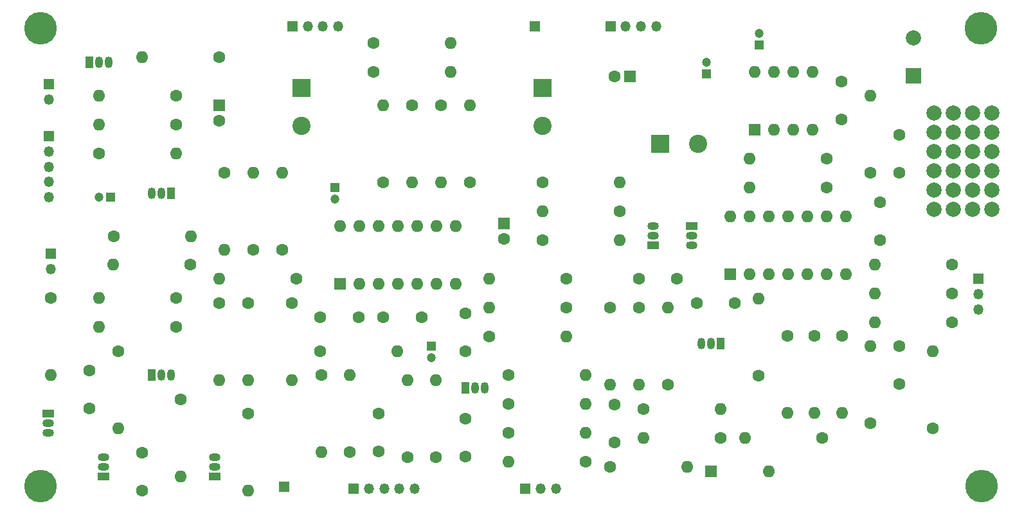
<source format=gbr>
%TF.GenerationSoftware,KiCad,Pcbnew,7.0.8*%
%TF.CreationDate,2023-10-29T18:00:57+01:00*%
%TF.ProjectId,Noise Toaster PCB,4e6f6973-6520-4546-9f61-737465722050,0.6.1*%
%TF.SameCoordinates,PX47c8b58PY892ee58*%
%TF.FileFunction,Soldermask,Top*%
%TF.FilePolarity,Negative*%
%FSLAX46Y46*%
G04 Gerber Fmt 4.6, Leading zero omitted, Abs format (unit mm)*
G04 Created by KiCad (PCBNEW 7.0.8) date 2023-10-29 18:00:57*
%MOMM*%
%LPD*%
G01*
G04 APERTURE LIST*
%ADD10C,1.600000*%
%ADD11O,1.600000X1.600000*%
%ADD12R,1.350000X1.350000*%
%ADD13R,1.200000X1.200000*%
%ADD14C,1.200000*%
%ADD15R,1.600000X1.600000*%
%ADD16R,2.400000X2.400000*%
%ADD17C,2.400000*%
%ADD18R,1.050000X1.500000*%
%ADD19O,1.050000X1.500000*%
%ADD20O,1.350000X1.350000*%
%ADD21C,2.000000*%
%ADD22C,4.300000*%
%ADD23R,1.500000X1.050000*%
%ADD24O,1.500000X1.050000*%
%ADD25R,2.000000X2.000000*%
G04 APERTURE END LIST*
D10*
%TO.C,C8*%
X60015000Y13010000D03*
X60015000Y8010000D03*
%TD*%
%TO.C,R52*%
X13680000Y37065000D03*
D11*
X23840000Y37065000D03*
%TD*%
D12*
%TO.C,GND1*%
X69159000Y64699000D03*
%TD*%
D10*
%TO.C,R25*%
X27630000Y28250000D03*
D11*
X27630000Y18090000D03*
%TD*%
D13*
%TO.C,C25*%
X98750000Y62310000D03*
D14*
X98750000Y63810000D03*
%TD*%
D15*
%TO.C,U3*%
X98115000Y51110000D03*
D11*
X100655000Y51110000D03*
X103195000Y51110000D03*
X105735000Y51110000D03*
X105735000Y58730000D03*
X103195000Y58730000D03*
X100655000Y58730000D03*
X98115000Y58730000D03*
%TD*%
D10*
%TO.C,R34*%
X52395000Y7930000D03*
D11*
X52395000Y18090000D03*
%TD*%
D16*
%TO.C,C23*%
X85657272Y49205000D03*
D17*
X90657272Y49205000D03*
%TD*%
D18*
%TO.C,Q10*%
X10485000Y60000000D03*
D19*
X11755000Y60000000D03*
X13025000Y60000000D03*
%TD*%
D10*
%TO.C,R10*%
X22550000Y15550000D03*
D11*
X22550000Y5390000D03*
%TD*%
D18*
%TO.C,Q9*%
X21280000Y42680000D03*
D19*
X20010000Y42680000D03*
X18740000Y42680000D03*
%TD*%
D10*
%TO.C,R54*%
X37155000Y28250000D03*
D11*
X37155000Y18090000D03*
%TD*%
D12*
%TO.C,J6*%
X67921000Y3739000D03*
D20*
X69921000Y3739000D03*
X71921000Y3739000D03*
%TD*%
D12*
%TO.C,J4*%
X37251000Y64699000D03*
D20*
X39251000Y64699000D03*
X41251000Y64699000D03*
X43251000Y64699000D03*
%TD*%
D10*
%TO.C,R24*%
X121610000Y11740000D03*
D11*
X121610000Y21900000D03*
%TD*%
D10*
%TO.C,R22*%
X109621200Y23932000D03*
D11*
X109621200Y13772000D03*
%TD*%
D10*
%TO.C,R11*%
X98648400Y18699600D03*
D11*
X98648400Y28859600D03*
%TD*%
D21*
%TO.C,*%
X126817000Y40569000D03*
%TD*%
D13*
%TO.C,C14*%
X42870000Y43490000D03*
D14*
X42870000Y41990000D03*
%TD*%
D10*
%TO.C,R21*%
X124150000Y25710000D03*
D11*
X113990000Y25710000D03*
%TD*%
D10*
%TO.C,R8*%
X5405000Y28885000D03*
D11*
X5405000Y18725000D03*
%TD*%
D10*
%TO.C,R31*%
X63190000Y23805000D03*
D11*
X73350000Y23805000D03*
%TD*%
D21*
%TO.C,*%
X129357000Y45649000D03*
%TD*%
D15*
%TO.C,C19*%
X27630000Y54285000D03*
D10*
X27630000Y52285000D03*
%TD*%
D22*
%TO.C,REF\u002A\u002A*%
X128010800Y4069200D03*
%TD*%
D21*
%TO.C,*%
X124277000Y45649000D03*
%TD*%
D10*
%TO.C,R35*%
X40925000Y21900000D03*
D11*
X51085000Y21900000D03*
%TD*%
D15*
%TO.C,C21*%
X81700000Y58095000D03*
D10*
X79700000Y58095000D03*
%TD*%
%TO.C,R70*%
X47950000Y58730000D03*
D11*
X58110000Y58730000D03*
%TD*%
D10*
%TO.C,R37*%
X80335000Y40315000D03*
D11*
X70175000Y40315000D03*
%TD*%
D10*
%TO.C,R12*%
X79065000Y6660000D03*
D11*
X89225000Y6660000D03*
%TD*%
D21*
%TO.C,*%
X126817000Y48189000D03*
%TD*%
D16*
%TO.C,C26*%
X38425000Y56582728D03*
D17*
X38425000Y51582728D03*
%TD*%
D10*
%TO.C,C5*%
X114625000Y36545000D03*
X114625000Y41545000D03*
%TD*%
D15*
%TO.C,U1*%
X94940000Y32060000D03*
D11*
X97480000Y32060000D03*
X100020000Y32060000D03*
X102560000Y32060000D03*
X105100000Y32060000D03*
X107640000Y32060000D03*
X110180000Y32060000D03*
X110180000Y39680000D03*
X107640000Y39680000D03*
X105100000Y39680000D03*
X102560000Y39680000D03*
X100020000Y39680000D03*
X97480000Y39680000D03*
X94940000Y39680000D03*
%TD*%
D10*
%TO.C,R19*%
X31440000Y13645000D03*
D11*
X31440000Y3485000D03*
%TD*%
D10*
%TO.C,C3*%
X10485000Y19360000D03*
X10485000Y14360000D03*
%TD*%
D18*
%TO.C,Q8*%
X60015000Y17095000D03*
D19*
X61285000Y17095000D03*
X62555000Y17095000D03*
%TD*%
D10*
%TO.C,R26*%
X73350000Y27615000D03*
D11*
X63190000Y27615000D03*
%TD*%
D10*
%TO.C,C1*%
X87875000Y31425000D03*
X82875000Y31425000D03*
%TD*%
D12*
%TO.C,J8*%
X5405000Y34727000D03*
D20*
X5405000Y32727000D03*
%TD*%
D10*
%TO.C,R14*%
X124150000Y29520000D03*
D11*
X113990000Y29520000D03*
%TD*%
D21*
%TO.C,*%
X129357000Y48189000D03*
%TD*%
%TO.C,*%
X129357000Y40569000D03*
%TD*%
D10*
%TO.C,R47*%
X21915000Y25075000D03*
D11*
X11755000Y25075000D03*
%TD*%
D10*
%TO.C,R69*%
X113355000Y45395000D03*
D11*
X113355000Y55555000D03*
%TD*%
D10*
%TO.C,R59*%
X56840000Y54285000D03*
D11*
X56840000Y44125000D03*
%TD*%
D10*
%TO.C,R68*%
X107640000Y47300000D03*
D11*
X97480000Y47300000D03*
%TD*%
D10*
%TO.C,R57*%
X21915000Y51745000D03*
D11*
X11755000Y51745000D03*
%TD*%
D10*
%TO.C,R9*%
X14295000Y21900000D03*
D11*
X14295000Y11740000D03*
%TD*%
D10*
%TO.C,R62*%
X21915000Y55555000D03*
D11*
X11755000Y55555000D03*
%TD*%
D23*
%TO.C,Q5*%
X5045000Y13645000D03*
D24*
X5045000Y12375000D03*
X5045000Y11105000D03*
%TD*%
D10*
%TO.C,R17*%
X93670000Y10470000D03*
D11*
X83510000Y10470000D03*
%TD*%
D10*
%TO.C,R58*%
X28265000Y45395000D03*
D11*
X28265000Y35235000D03*
%TD*%
D15*
%TO.C,C16*%
X65095000Y38730112D03*
D10*
X65095000Y36730112D03*
%TD*%
%TO.C,C24*%
X117165000Y50435000D03*
X117165000Y45435000D03*
%TD*%
D21*
%TO.C,*%
X124277000Y43109000D03*
%TD*%
D10*
%TO.C,R32*%
X70175000Y36505000D03*
D11*
X80335000Y36505000D03*
%TD*%
D12*
%TO.C,J3*%
X5151000Y50221000D03*
D20*
X5151000Y48221000D03*
X5151000Y46221000D03*
X5151000Y44221000D03*
X5151000Y42221000D03*
%TD*%
D21*
%TO.C,*%
X124277000Y40569000D03*
%TD*%
D18*
%TO.C,Q1*%
X93670000Y22895000D03*
D19*
X92400000Y22895000D03*
X91130000Y22895000D03*
%TD*%
D10*
%TO.C,R3*%
X102407600Y23932000D03*
D11*
X102407600Y13772000D03*
%TD*%
D25*
%TO.C,C22*%
X119070000Y58175000D03*
D21*
X119070000Y63175000D03*
%TD*%
D10*
%TO.C,R42*%
X70175000Y44125000D03*
D11*
X80335000Y44125000D03*
%TD*%
D13*
%TO.C,C13*%
X55570000Y22535000D03*
D14*
X55570000Y21035000D03*
%TD*%
D21*
%TO.C,*%
X121737000Y53269000D03*
%TD*%
D15*
%TO.C,U2*%
X43505000Y30790000D03*
D11*
X46045000Y30790000D03*
X48585000Y30790000D03*
X51125000Y30790000D03*
X53665000Y30790000D03*
X56205000Y30790000D03*
X58745000Y30790000D03*
X58745000Y38410000D03*
X56205000Y38410000D03*
X53665000Y38410000D03*
X51125000Y38410000D03*
X48585000Y38410000D03*
X46045000Y38410000D03*
X43505000Y38410000D03*
%TD*%
D12*
%TO.C,J9*%
X79129000Y64699000D03*
D20*
X81129000Y64699000D03*
X83129000Y64699000D03*
X85129000Y64699000D03*
%TD*%
D10*
%TO.C,R30*%
X73350000Y31425000D03*
D11*
X63190000Y31425000D03*
%TD*%
D10*
%TO.C,C11*%
X60015000Y26900000D03*
X60015000Y21900000D03*
%TD*%
D21*
%TO.C,*%
X129357000Y53269000D03*
%TD*%
D16*
%TO.C,C15*%
X70175000Y56582728D03*
D17*
X70175000Y51582728D03*
%TD*%
D10*
%TO.C,C12*%
X48585000Y13645000D03*
X48585000Y8645000D03*
%TD*%
%TO.C,R7*%
X83510000Y14280000D03*
D11*
X93670000Y14280000D03*
%TD*%
D15*
%TO.C,D1*%
X92400000Y6025000D03*
D11*
X100020000Y6025000D03*
%TD*%
D22*
%TO.C,REF\u002A\u002A*%
X4080000Y4080000D03*
%TD*%
D10*
%TO.C,R5*%
X86685000Y17455000D03*
D11*
X86685000Y27615000D03*
%TD*%
D21*
%TO.C,*%
X126817000Y45649000D03*
%TD*%
D10*
%TO.C,R18*%
X113355000Y12375000D03*
D11*
X113355000Y22535000D03*
%TD*%
D21*
%TO.C,*%
X129357000Y50729000D03*
%TD*%
D10*
%TO.C,R40*%
X65730000Y11105000D03*
D11*
X75890000Y11105000D03*
%TD*%
D10*
%TO.C,R55*%
X49160000Y44125000D03*
D11*
X49160000Y54285000D03*
%TD*%
D18*
%TO.C,Q7*%
X18740000Y18725000D03*
D19*
X20010000Y18725000D03*
X21280000Y18725000D03*
%TD*%
D12*
%TO.C,J7*%
X45315000Y3739000D03*
D20*
X47315000Y3739000D03*
X49315000Y3739000D03*
X51315000Y3739000D03*
X53315000Y3739000D03*
%TD*%
D10*
%TO.C,R64*%
X35885000Y35235000D03*
D11*
X35885000Y45395000D03*
%TD*%
D10*
%TO.C,R63*%
X32075000Y35235000D03*
D11*
X32075000Y45395000D03*
%TD*%
D21*
%TO.C,*%
X124277000Y50729000D03*
%TD*%
D10*
%TO.C,R48*%
X60650000Y44125000D03*
D11*
X60650000Y54285000D03*
%TD*%
D10*
%TO.C,R61*%
X11755000Y47935000D03*
D11*
X21915000Y47935000D03*
%TD*%
D12*
%TO.C,X4*%
X36139000Y3993000D03*
%TD*%
D21*
%TO.C,*%
X121737000Y43109000D03*
%TD*%
%TO.C,*%
X121737000Y40569000D03*
%TD*%
%TO.C,*%
X124277000Y48189000D03*
%TD*%
D10*
%TO.C,R45*%
X65730000Y14915000D03*
D11*
X75890000Y14915000D03*
%TD*%
D21*
%TO.C,*%
X121737000Y50729000D03*
%TD*%
D10*
%TO.C,C10*%
X45925000Y26345000D03*
X40925000Y26345000D03*
%TD*%
D13*
%TO.C,C27*%
X91765000Y58500000D03*
D14*
X91765000Y60000000D03*
%TD*%
D10*
%TO.C,C7*%
X17470000Y8485000D03*
X17470000Y3485000D03*
%TD*%
D23*
%TO.C,Q2*%
X12390000Y5390000D03*
D24*
X12390000Y6660000D03*
X12390000Y7930000D03*
%TD*%
D10*
%TO.C,C4*%
X79700000Y9875000D03*
X79700000Y14875000D03*
%TD*%
%TO.C,R60*%
X53030000Y54285000D03*
D11*
X53030000Y44125000D03*
%TD*%
D22*
%TO.C,REF\u002A\u002A*%
X127960000Y64445000D03*
%TD*%
D21*
%TO.C,*%
X121737000Y45649000D03*
%TD*%
D13*
%TO.C,C18*%
X13255000Y42220000D03*
D14*
X11755000Y42220000D03*
%TD*%
D10*
%TO.C,R50*%
X23820000Y33330000D03*
D11*
X13660000Y33330000D03*
%TD*%
D12*
%TO.C,J5*%
X127579000Y31425000D03*
D20*
X127579000Y29425000D03*
X127579000Y27425000D03*
%TD*%
D21*
%TO.C,*%
X124277000Y53269000D03*
%TD*%
D10*
%TO.C,R2*%
X124150000Y33330000D03*
D11*
X113990000Y33330000D03*
%TD*%
D23*
%TO.C,Q4*%
X89860000Y38410000D03*
D24*
X89860000Y37140000D03*
X89860000Y35870000D03*
%TD*%
D12*
%TO.C,J2*%
X5151000Y57079000D03*
D20*
X5151000Y55079000D03*
%TD*%
D10*
%TO.C,C20*%
X109545000Y52420000D03*
X109545000Y57420000D03*
%TD*%
%TO.C,R27*%
X44775000Y8565000D03*
D11*
X44775000Y18725000D03*
%TD*%
D10*
%TO.C,C9*%
X54220000Y26345000D03*
X49220000Y26345000D03*
%TD*%
%TO.C,R36*%
X41045000Y18725000D03*
D11*
X41045000Y8565000D03*
%TD*%
D10*
%TO.C,R65*%
X47950000Y62540000D03*
D11*
X58110000Y62540000D03*
%TD*%
D23*
%TO.C,Q6*%
X26995000Y5390000D03*
D24*
X26995000Y6660000D03*
X26995000Y7930000D03*
%TD*%
D21*
%TO.C,*%
X126817000Y50729000D03*
%TD*%
D10*
%TO.C,C6*%
X117165000Y22535000D03*
X117165000Y17535000D03*
%TD*%
%TO.C,R67*%
X107640000Y43490000D03*
D11*
X97480000Y43490000D03*
%TD*%
D10*
%TO.C,R56*%
X27630000Y60635000D03*
D11*
X17470000Y60635000D03*
%TD*%
D10*
%TO.C,R23*%
X105963600Y23932000D03*
D11*
X105963600Y13772000D03*
%TD*%
D10*
%TO.C,R44*%
X65730000Y18725000D03*
D11*
X75890000Y18725000D03*
%TD*%
D10*
%TO.C,R39*%
X75890000Y7295000D03*
D11*
X65730000Y7295000D03*
%TD*%
D23*
%TO.C,Q3*%
X84780000Y35870000D03*
D24*
X84780000Y37140000D03*
X84780000Y38410000D03*
%TD*%
D21*
%TO.C,*%
X121737000Y48189000D03*
%TD*%
D10*
%TO.C,R4*%
X82875000Y27615000D03*
D11*
X82875000Y17455000D03*
%TD*%
D10*
%TO.C,C2*%
X95535000Y28250000D03*
X90535000Y28250000D03*
%TD*%
D21*
%TO.C,*%
X126817000Y53269000D03*
%TD*%
D10*
%TO.C,R6*%
X107005000Y10470000D03*
D11*
X96845000Y10470000D03*
%TD*%
D10*
%TO.C,R16*%
X79065000Y27615000D03*
D11*
X79065000Y17455000D03*
%TD*%
D22*
%TO.C,REF\u002A\u002A*%
X4080000Y64480000D03*
%TD*%
D21*
%TO.C,*%
X129357000Y43109000D03*
%TD*%
D10*
%TO.C,R41*%
X37790000Y31425000D03*
D11*
X27630000Y31425000D03*
%TD*%
D10*
%TO.C,R33*%
X56150000Y7930000D03*
D11*
X56150000Y18090000D03*
%TD*%
D21*
%TO.C,*%
X126817000Y43109000D03*
%TD*%
D10*
%TO.C,R46*%
X21915000Y28885000D03*
D11*
X11755000Y28885000D03*
%TD*%
D10*
%TO.C,R15*%
X31440000Y28250000D03*
D11*
X31440000Y18090000D03*
%TD*%
M02*

</source>
